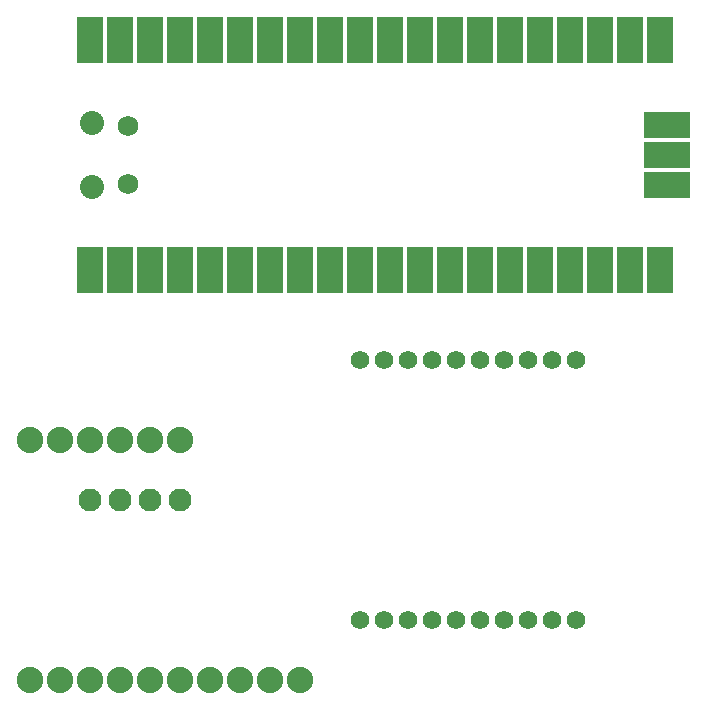
<source format=gbs>
G04 MADE WITH FRITZING*
G04 WWW.FRITZING.ORG*
G04 SINGLE SIDED*
G04 HOLES NOT PLATED*
G04 CONTOUR ON CENTER OF CONTOUR VECTOR*
%FSLAX26Y26*%
%MOIN*%
%ADD10C,0.068000*%
%ADD11C,0.080000*%
%ADD12C,0.088000*%
%ADD13C,0.062000*%
%ADD14C,0.076111*%
%ADD15R,0.088000X0.153667*%
%ADD16R,0.088000X0.154000*%
%ADD17R,0.154000X0.088000*%
%ADD18R,0.010156X0.010156*%
%G04MASK0*%
%FSLAX26Y26*%
%MOIN*%
D10*
X500229Y2594682D03*
X500229Y2404057D03*
D11*
X380437Y2392599D03*
X380437Y2607182D03*
D12*
X374108Y2150005D03*
X474156Y2150005D03*
X574156Y2150005D03*
X674156Y2150005D03*
X774156Y2150005D03*
X874156Y2150005D03*
X974156Y2150005D03*
X1074160Y2150005D03*
X1174160Y2150005D03*
X1274150Y2150005D03*
X1374150Y2150005D03*
X1474150Y2150005D03*
X1574150Y2150005D03*
X1674150Y2150005D03*
X1774150Y2150005D03*
X1874150Y2150005D03*
X1974150Y2150005D03*
X2074150Y2150005D03*
X2174150Y2150005D03*
X2274150Y2150005D03*
X2274150Y2849567D03*
X2174150Y2849567D03*
X2074150Y2849567D03*
X1974150Y2849567D03*
X1874150Y2849567D03*
X1774150Y2849567D03*
X1674150Y2849567D03*
X1574150Y2849567D03*
X1474150Y2849567D03*
X1374150Y2849567D03*
X1274150Y2849567D03*
X1174160Y2849567D03*
X1074160Y2849567D03*
X974156Y2849567D03*
X874156Y2849567D03*
X774156Y2849567D03*
X674156Y2849567D03*
X574156Y2849567D03*
X474156Y2849567D03*
X374156Y2849567D03*
X2274150Y2399567D03*
X2274150Y2499567D03*
X2274150Y2599567D03*
X674155Y1550010D03*
X574150Y1550010D03*
X474146Y1550010D03*
X374142Y1550010D03*
X274138Y1550010D03*
X174134Y1550010D03*
X374125Y750020D03*
X474130Y750020D03*
X574134Y750020D03*
X674203Y750060D03*
X774143Y750020D03*
X874147Y750020D03*
X974152Y750020D03*
X1074160Y750020D03*
X174198Y750020D03*
X274203Y750020D03*
D13*
X1994160Y1816140D03*
X1914160Y1816140D03*
X1834160Y1816140D03*
X1754160Y1816140D03*
X1674160Y1816140D03*
X1594160Y1816140D03*
X1514160Y1816140D03*
X1434160Y1816140D03*
X1354160Y1816140D03*
X1274160Y1816140D03*
X1274160Y950000D03*
X1354160Y950000D03*
X1434160Y950000D03*
X1514160Y950000D03*
X1594160Y950000D03*
X1674160Y950000D03*
X1754160Y950000D03*
X1834160Y950000D03*
X1914160Y950000D03*
X1994160Y950000D03*
D14*
X374156Y1350010D03*
X474142Y1350010D03*
X674184Y1350010D03*
X574156Y1350010D03*
D15*
X374510Y2117214D03*
D16*
X474510Y2117755D03*
X574510Y2117755D03*
X674510Y2117380D03*
X774510Y2117755D03*
X874510Y2117755D03*
X974510Y2117755D03*
X1074510Y2117755D03*
X1174510Y2117755D03*
X1274510Y2117755D03*
X1374510Y2117755D03*
X1474510Y2117755D03*
X1574510Y2117755D03*
X1674510Y2117755D03*
X1774510Y2117755D03*
X1874510Y2117755D03*
X1974510Y2117755D03*
X2074510Y2117755D03*
X2174510Y2117755D03*
X2274510Y2117755D03*
X2274510Y2882380D03*
X2174510Y2882380D03*
X2074510Y2882380D03*
X1974510Y2882380D03*
X1874510Y2882380D03*
X1774510Y2882380D03*
X1674510Y2882380D03*
X1574510Y2882380D03*
X1474510Y2882380D03*
X1374510Y2882380D03*
X1274510Y2882380D03*
X1174510Y2882380D03*
X1074510Y2882380D03*
X974510Y2882380D03*
X874510Y2882380D03*
X774510Y2882380D03*
X674510Y2882380D03*
X574510Y2882380D03*
X474510Y2882380D03*
X374510Y2882380D03*
D17*
X2298510Y2399380D03*
X2298510Y2499380D03*
X2298510Y2599380D03*
D18*
X368531Y2150005D03*
G04 End of Mask0*
M02*
</source>
